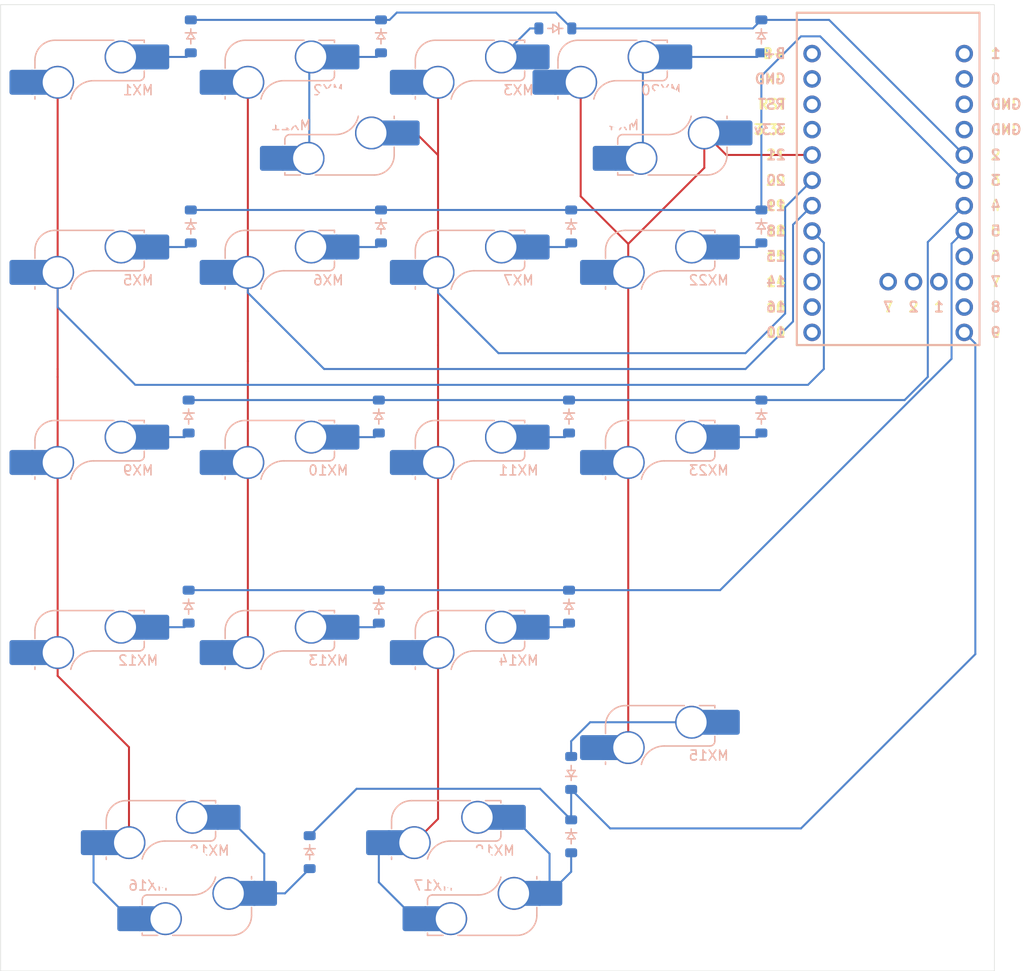
<source format=kicad_pcb>
(kicad_pcb (version 20240108) (generator "pcbnew") (generator_version "8.0")
  (layers (0 "F.Cu" signal) (31 "B.Cu" signal) (34 "B.Paste" user) (35 "F.Paste" user) (36 "B.SilkS" user "B.Silkscreen") (37 "F.SilkS" user "F.Silkscreen") (38 "B.Mask" user) (39 "F.Mask" user) (44 "Edge.Cuts" user))
  (net 0 "")
  (net 1 "Net-(D1-A)")
  (net 2 "ROW0")
  (net 3 "Net-(D2-A)")
  (net 4 "ROW1")
  (net 5 "Net-(D5-A)")
  (net 6 "Net-(D6-A)")
  (net 7 "Net-(D7-A)")
  (net 8 "ROW2")
  (net 9 "Net-(D8-A)")
  (net 10 "Net-(D9-A)")
  (net 11 "Net-(D10-A)")
  (net 12 "Net-(D11-A)")
  (net 13 "Net-(D12-A)")
  (net 14 "Net-(D13-A)")
  (net 15 "Net-(D14-A)")
  (net 16 "Net-(D15-A)")
  (net 17 "ROW4")
  (net 18 "Net-(D17-A)")
  (net 19 "Net-(D22-A)")
  (net 20 "COL0")
  (net 21 "COL1")
  (net 22 "COL2")
  (net 23 "COL3")
  (net 26 "VCC")
  (net 32 "CS")
  (net 37 "MOSI")
  (net 38 "GND")
  (net 40 "SCK")
  (net 42 "Net-(D16-A)")
  (net 43 "ROW3")
  (net 44 "Net-(D3-A)")
  (net 45 "Net-(D4-A)")
  (footprint "PCM_marbastlib-mx:STAB_MX_2u" (layer "F.Cu") (at 162.935 123.825 90)
    (property "Reference" "S1" (hide yes))
    (property "Value" "MX_stab")
  )
  (footprint "PCM_marbastlib-mx:STAB_MX_2u" (layer "F.Cu") (at 115.31 133.35 180)
    (property "Reference" "S3" (hide yes))
    (property "Value" "MX_stab")
  )
  (footprint "PCM_marbastlib-mx:SW_MX_HS_CPG151101S11_1u" (layer "B.Cu") (at 143.885 114.3 180)
    (property "Reference" "MX14")
    (property "Value" "MX_SW_HS")
  )
  (footprint "PCM_marbastlib-mx:SW_MX_HS_CPG151101S11_1u" (layer "B.Cu") (at 124.835 76.2 180)
    (property "Reference" "MX6")
    (property "Value" "MX_SW_HS")
  )
  (footprint "ScottoKeebs_Components:Diode_SOD-123" (layer "B.Cu") (at 172.46 50.00625 -90)
    (property "Reference" "D4" (hide yes))
    (property "Value" "D_Small")
  )
  (footprint "ScottoKeebs_MCU:Nice_Nano_V2" (layer "B.Cu") (at 185.16 65.42375 180)
    (property "Reference" "U1" (hide yes))
    (property "Value" "Nice_Nano_V2" (hide yes))
  )
  (footprint "PCM_marbastlib-mx:SW_MX_HS_CPG151101S11_1.5u" (layer "B.Cu") (at 158.1725 57.15 180)
    (property "Reference" "MX20")
    (property "Value" "MX_SW_HS")
  )
  (footprint "ScottoKeebs_Components:Diode_SOD-123" (layer "B.Cu") (at 153.19375 88.10625 -90)
    (property "Reference" "D11" (hide yes))
    (property "Value" "D_Small")
  )
  (footprint "PCM_marbastlib-mx:SW_MX_HS_CPG151101S11_1u" (layer "B.Cu") (at 105.785 114.3 180)
    (property "Reference" "MX12")
    (property "Value" "MX_SW_HS")
  )
  (footprint "ScottoKeebs_Components:Diode_SOD-123" (layer "B.Cu") (at 127.21625 131.7625 -90)
    (property "Reference" "D16" (hide yes))
    (property "Value" "D_Small")
  )
  (footprint "ScottoKeebs_Components:Diode_SOD-123" (layer "B.Cu") (at 134.36 50.00625 -90)
    (property "Reference" "D2" (hide yes))
    (property "Value" "D_Small")
  )
  (footprint "PCM_marbastlib-mx:SW_MX_HS_CPG151101S11_1u" (layer "B.Cu") (at 115.31 133.35)
    (property "Reference" "MX16")
    (property "Value" "MX_SW_HS")
  )
  (footprint "PCM_marbastlib-mx:SW_MX_HS_CPG151101S11_1u" (layer "B.Cu") (at 105.785 57.15 180)
    (property "Reference" "MX1")
    (property "Value" "MX_SW_HS")
  )
  (footprint "PCM_marbastlib-mx:SW_MX_HS_CPG151101S11_1u" (layer "B.Cu") (at 124.835 114.3 180)
    (property "Reference" "MX13")
    (property "Value" "MX_SW_HS")
  )
  (footprint "PCM_marbastlib-mx:SW_MX_HS_CPG151101S11_1.5u" (layer "B.Cu") (at 129.5975 57.15)
    (property "Reference" "MX21")
    (property "Value" "MX_SW_HS")
  )
  (footprint "ScottoKeebs_Components:Diode_SOD-123" (layer "B.Cu") (at 134.36 69.05625 -90)
    (property "Reference" "D6" (hide yes))
    (property "Value" "D_Small")
  )
  (footprint "PCM_marbastlib-mx:SW_MX_HS_CPG151101S11_1u" (layer "B.Cu") (at 124.835 57.15 180)
    (property "Reference" "MX2")
    (property "Value" "MX_SW_HS")
  )
  (footprint "ScottoKeebs_Components:Diode_SOD-123" (layer "B.Cu") (at 153.41 69.05625 -90)
    (property "Reference" "D7" (hide yes))
    (property "Value" "D_Small")
  )
  (footprint "ScottoKeebs_Components:Diode_SOD-123" (layer "B.Cu") (at 115.31 50.00625 -90)
    (property "Reference" "D1" (hide yes))
    (property "Value" "D_Small")
  )
  (footprint "PCM_marbastlib-mx:SW_MX_HS_CPG151101S11_1u" (layer "B.Cu") (at 162.935 123.825 180)
    (property "Reference" "MX15")
    (property "Value" "MX_SW_HS")
  )
  (footprint "ScottoKeebs_Components:Diode_SOD-123" (layer "B.Cu") (at 153.19375 107.15625 -90)
    (property "Reference" "D14" (hide yes))
    (property "Value" "D_Small")
  )
  (footprint "PCM_marbastlib-mx:SW_MX_HS_CPG151101S11_1.75u" (layer "B.Cu") (at 112.92875 133.35 180)
    (property "Reference" "MX18")
    (property "Value" "MX_SW_HS")
  )
  (footprint "PCM_marbastlib-mx:SW_MX_HS_CPG151101S11_1u" (layer "B.Cu") (at 124.835 95.25 180)
    (property "Reference" "MX10")
    (property "Value" "MX_SW_HS")
  )
  (footprint "ScottoKeebs_Components:Diode_SOD-123" (layer "B.Cu") (at 153.41 130.175 -90)
    (property "Reference" "D17" (hide yes))
    (property "Value" "D_Small")
  )
  (footprint "ScottoKeebs_Components:Diode_SOD-123" (layer "B.Cu") (at 172.46 69.05625 -90)
    (property "Reference" "D22" (hide yes))
    (property "Value" "D_Small")
  )
  (footprint "PCM_marbastlib-mx:SW_MX_HS_CPG151101S11_1.25u" (layer "B.Cu") (at 141.50375 133.35 180)
    (property "Reference" "MX19")
    (property "Value" "MX_SW_HS")
  )
  (footprint "ScottoKeebs_Components:Diode_SOD-123" (layer "B.Cu") (at 172.46 88.10625 -90)
    (property "Reference" "D8" (hide yes))
    (property "Value" "D_Small")
  )
  (footprint "PCM_marbastlib-mx:SW_MX_HS_CPG151101S11_1u" (layer "B.Cu") (at 143.885 76.2 180)
    (property "Reference" "MX7")
    (property "Value" "MX_SW_HS")
  )
  (footprint "ScottoKeebs_Components:Diode_SOD-123" (layer "B.Cu") (at 115.31 69.05625 -90)
    (property "Reference" "D5" (hide yes))
    (property "Value" "D_Small")
  )
  (footprint "PCM_marbastlib-mx:SW_MX_HS_CPG151101S11_1u" (layer "B.Cu") (at 105.785 76.2 180)
    (property "Reference" "MX5")
    (property "Value" "MX_SW_HS")
  )
  (footprint "ScottoKeebs_Components:Diode_SOD-123" (layer "B.Cu") (at 115.09375 88.10625 -90)
    (property "Reference" "D9" (hide yes))
    (property "Value" "D_Small")
  )
  (footprint "PCM_marbastlib-mx:SW_MX_HS_CPG151101S11_1u" (layer "B.Cu") (at 143.885 95.25 180)
    (property "Reference" "MX11")
    (property "Value" "MX_SW_HS")
  )
  (footprint "ScottoKeebs_Components:Diode_SOD-123" (layer "B.Cu") (at 151.8225 49.2125 180)
    (property "Reference" "D3" (hide yes))
    (property "Value" "D_Small")
  )
  (footprint "PCM_marbastlib-mx:SW_MX_HS_CPG151101S11_1u" (layer "B.Cu") (at 162.935 95.25 180)
    (property "Reference" "MX23")
    (property "Value" "MX_SW_HS")
  )
  (footprint "PCM_marbastlib-mx:SW_MX_HS_CPG151101S11_1u" (layer "B.Cu") (at 105.785 95.25 180)
    (property "Reference" "MX9")
    (property "Value" "MX_SW_HS")
  )
  (footprint "PCM_marbastlib-mx:SW_MX_HS_CPG151101S11_1u" (layer "B.Cu") (at 143.885 57.15 180)
    (property "Reference" "MX3")
    (property "Value" "MX_SW_HS")
  )
  (footprint "ScottoKeebs_Components:Diode_SOD-123" (layer "B.Cu") (at 134.14375 107.15625 -90)
    (property "Reference" "D13" (hide yes))
    (property "Value" "D_Small")
  )
  (footprint "ScottoKeebs_Components:Diode_SOD-123" (layer "B.Cu") (at 134.14375 88.10625 -90)
    (property "Reference" "D10" (hide yes))
    (property "Value" "D_Small")
  )
  (footprint "ScottoKeebs_Components:Diode_SOD-123" (layer "B.Cu") (at 115.09375 107.15625 -90)
    (property "Reference" "D12" (hide yes))
    (property "Value" "D_Small")
  )
  (footprint "PCM_marbastlib-mx:SW_MX_HS_CPG151101S11_1u" (layer "B.Cu") (at 162.935 76.2 180)
    (property "Reference" "MX22")
    (property "Value" "MX_SW_HS")
  )
  (footprint "ScottoKeebs_Components:Diode_SOD-123" (layer "B.Cu") (at 153.41 123.825 90)
    (property "Reference" "D15" (hide yes))
    (property "Value" "D_Small")
  )
  (footprint "PCM_marbastlib-mx:SW_MX_HS_CPG151101S11_1u" (layer "B.Cu") (at 162.935 57.15)
    (property "Reference" "MX4")
    (property "Value" "MX_SW_HS")
  )
  (footprint "PCM_marbastlib-mx:SW_MX_HS_CPG151101S11_1u" (layer "B.Cu") (at 143.885 133.35)
    (property "Reference" "MX17")
    (property "Value" "MX_SW_HS")
  )
  (gr_rect (start 96.26 46.83125) (end 195.8 143.66875) (stroke (width 0.05)) (fill none) (layer "Edge.Cuts"))
  (segment (start 108.325 52.07) (end 114.89625 52.07) (width 0.2) (layer "B.Cu") (net 1))
  (segment (start 114.89625 52.07) (end 115.31 51.65625) (width 0.2) (layer "B.Cu") (net 1))
  (segment (start 179.2425 48.35625) (end 192.78 61.89375) (width 0.2) (layer "B.Cu") (net 2))
  (segment (start 134.36 48.35625) (end 135.21625 48.35625) (width 0.2) (layer "B.Cu") (net 2))
  (segment (start 151.885 47.625) (end 153.4725 49.2125) (width 0.2) (layer "B.Cu") (net 2))
  (segment (start 172.46 48.35625) (end 179.2425 48.35625) (width 0.2) (layer "B.Cu") (net 2))
  (segment (start 115.31 48.35625) (end 134.36 48.35625) (width 0.2) (layer "B.Cu") (net 2))
  (segment (start 171.60375 49.2125) (end 172.46 48.35625) (width 0.2) (layer "B.Cu") (net 2))
  (segment (start 135.21625 48.35625) (end 135.9475 47.625) (width 0.2) (layer "B.Cu") (net 2))
  (segment (start 153.4725 49.2125) (end 171.60375 49.2125) (width 0.2) (layer "B.Cu") (net 2))
  (segment (start 135.9475 47.625) (end 151.885 47.625) (width 0.2) (layer "B.Cu") (net 2))
  (segment (start 127.1789 62.1086) (end 127.1789 52.2661) (width 0.2) (layer "B.Cu") (net 3))
  (segment (start 127.375 52.07) (end 133.94625 52.07) (width 0.2) (layer "B.Cu") (net 3))
  (segment (start 127.1789 52.2661) (end 127.375 52.07) (width 0.2) (layer "B.Cu") (net 3))
  (segment (start 127.0575 62.23) (end 127.1789 62.1086) (width 0.2) (layer "B.Cu") (net 3))
  (segment (start 133.94625 52.07) (end 134.36 51.65625) (width 0.2) (layer "B.Cu") (net 3))
  (segment (start 172.46 53.975) (end 176.42875 50.00625) (width 0.2) (layer "B.Cu") (net 4))
  (segment (start 178.3525 50.00625) (end 192.78 64.43375) (width 0.2) (layer "B.Cu") (net 4))
  (segment (start 176.42875 50.00625) (end 178.3525 50.00625) (width 0.2) (layer "B.Cu") (net 4))
  (segment (start 172.46 67.40625) (end 172.46 53.975) (width 0.2) (layer "B.Cu") (net 4))
  (segment (start 115.31 67.40625) (end 172.46 67.40625) (width 0.2) (layer "B.Cu") (net 4))
  (segment (start 108.325 71.12) (end 114.89625 71.12) (width 0.2) (layer "B.Cu") (net 5))
  (segment (start 114.89625 71.12) (end 115.31 70.70625) (width 0.2) (layer "B.Cu") (net 5))
  (segment (start 127.375 71.12) (end 133.94625 71.12) (width 0.2) (layer "B.Cu") (net 6))
  (segment (start 133.94625 71.12) (end 134.36 70.70625) (width 0.2) (layer "B.Cu") (net 6))
  (segment (start 146.425 71.12) (end 152.99625 71.12) (width 0.2) (layer "B.Cu") (net 7))
  (segment (start 152.99625 71.12) (end 153.41 70.70625) (width 0.2) (layer "B.Cu") (net 7))
  (segment (start 189.12875 84.1375) (end 189.12875 70.625) (width 0.2) (layer "B.Cu") (net 8))
  (segment (start 115.09375 86.45625) (end 153.19375 86.45625) (width 0.2) (layer "B.Cu") (net 8))
  (segment (start 172.46 86.45625) (end 186.81 86.45625) (width 0.2) (layer "B.Cu") (net 8))
  (segment (start 172.46 86.45625) (end 153.19375 86.45625) (width 0.2) (layer "B.Cu") (net 8))
  (segment (start 189.12875 70.625) (end 192.78 66.97375) (width 0.2) (layer "B.Cu") (net 8))
  (segment (start 186.81 86.45625) (end 189.12875 84.1375) (width 0.2) (layer "B.Cu") (net 8))
  (segment (start 165.475 90.17) (end 172.04625 90.17) (width 0.2) (layer "B.Cu") (net 9))
  (segment (start 166.6825 88.9625) (end 165.475 90.17) (width 0.2) (layer "B.Cu") (net 9))
  (segment (start 172.04625 90.17) (end 172.46 89.75625) (width 0.2) (layer "B.Cu") (net 9))
  (segment (start 108.325 90.17) (end 114.68 90.17) (width 0.2) (layer "B.Cu") (net 10))
  (segment (start 114.68 90.17) (end 115.09375 89.75625) (width 0.2) (layer "B.Cu") (net 10))
  (segment (start 133.73 90.17) (end 134.14375 89.75625) (width 0.2) (layer "B.Cu") (net 11))
  (segment (start 127.375 90.17) (end 133.73 90.17) (width 0.2) (layer "B.Cu") (net 11))
  (segment (start 152.78 90.17) (end 153.19375 89.75625) (width 0.2) (layer "B.Cu") (net 12))
  (segment (start 146.425 90.17) (end 152.78 90.17) (width 0.2) (layer "B.Cu") (net 12))
  (segment (start 108.325 109.22) (end 114.68 109.22) (width 0.2) (layer "B.Cu") (net 13))
  (segment (start 114.68 109.22) (end 115.09375 108.80625) (width 0.2) (layer "B.Cu") (net 13))
  (segment (start 133.73 109.22) (end 134.14375 108.80625) (width 0.2) (layer "B.Cu") (net 14))
  (segment (start 127.375 109.22) (end 133.73 109.22) (width 0.2) (layer "B.Cu") (net 14))
  (segment (start 146.425 109.22) (end 152.78 109.22) (width 0.2) (layer "B.Cu") (net 15))
  (segment (start 152.78 109.22) (end 153.19375 108.80625) (width 0.2) (layer "B.Cu") (net 15))
  (segment (start 153.41 122.175) (end 153.41 120.640256) (width 0.2) (layer "B.Cu") (net 16))
  (segment (start 153.41 120.640256) (end 155.305256 118.745) (width 0.2) (layer "B.Cu") (net 16))
  (segment (start 155.305256 118.745) (end 165.475 118.745) (width 0.2) (layer "B.Cu") (net 16))
  (segment (start 193.89125 111.91875) (end 193.89125 80.785) (width 0.2) (layer "B.Cu") (net 17))
  (segment (start 150.2975 125.4125) (end 153.41 128.525) (width 0.2) (layer "B.Cu") (net 17))
  (segment (start 131.91625 125.4125) (end 150.2975 125.4125) (width 0.2) (layer "B.Cu") (net 17))
  (segment (start 193.89125 80.785) (end 192.78 79.67375) (width 0.2) (layer "B.Cu") (net 17))
  (segment (start 153.41 125.475) (end 157.31625 129.38125) (width 0.2) (layer "B.Cu") (net 17))
  (segment (start 176.42875 129.38125) (end 193.89125 111.91875) (width 0.2) (layer "B.Cu") (net 17))
  (segment (start 157.31625 129.38125) (end 176.42875 129.38125) (width 0.2) (layer "B.Cu") (net 17))
  (segment (start 153.41 128.525) (end 153.41 125.475) (width 0.2) (layer "B.Cu") (net 17))
  (segment (start 127.21625 130.1125) (end 131.91625 125.4125) (width 0.2) (layer "B.Cu") (net 17))
  (segment (start 153.41 133.725) (end 153.41 131.825) (width 0.2) (layer "B.Cu") (net 18))
  (segment (start 151.245 135.89) (end 151.245 131.92125) (width 0.2) (layer "B.Cu") (net 18))
  (segment (start 151.245 131.92125) (end 147.59375 128.27) (width 0.2) (layer "B.Cu") (net 18))
  (segment (start 151.245 135.89) (end 153.41 133.725) (width 0.2) (layer "B.Cu") (net 18))
  (segment (start 172.04625 71.12) (end 172.46 70.70625) (width 0.2) (layer "B.Cu") (net 19))
  (segment (start 165.475 71.12) (end 172.04625 71.12) (width 0.2) (layer "B.Cu") (net 19))
  (segment (start 101.975 54.61) (end 101.975 83.34375) (width 0.2) (layer "F.Cu") (net 20))
  (segment (start 109.11875 121.237202) (end 109.11875 130.81) (width 0.2) (layer "F.Cu") (net 20))
  (segment (start 101.975 111.76) (end 101.975 114.093452) (width 0.2) (layer "F.Cu") (net 20))
  (segment (start 101.975 84.1375) (end 101.975 111.76) (width 0.2) (layer "F.Cu") (net 20))
  (segment (start 101.975 114.093452) (end 109.11875 121.237202) (width 0.2) (layer "F.Cu") (net 20))
  (segment (start 101.975 83.34375) (end 101.975 84.1375) (width 0.2) (layer "F.Cu") (net 20))
  (segment (start 178.7163 70.69005) (end 177.54 69.51375) (width 0.2) (layer "B.Cu") (net 20))
  (segment (start 178.7163 83.34375) (end 178.7163 70.69005) (width 0.2) (layer "B.Cu") (net 20))
  (segment (start 109.22 138.43) (end 105.56875 134.77875) (width 0.2) (layer "B.Cu") (net 20))
  (segment (start 105.56875 134.77875) (end 105.56875 130.81) (width 0.2) (layer "B.Cu") (net 20))
  (segment (start 105.56875 130.81) (end 107.29375 130.81) (width 0.2) (layer "B.Cu") (net 20))
  (segment (start 178.7163 83.34375) (end 177.1288 84.93125) (width 0.2) (layer "B.Cu") (net 20))
  (segment (start 109.75375 84.93125) (end 101.975 77.1525) (width 0.2) (layer "B.Cu") (net 20))
  (segment (start 177.1288 84.93125) (end 109.75375 84.93125) (width 0.2) (layer "B.Cu") (net 20))
  (segment (start 101.975 77.1525) (end 101.975 73.66) (width 0.2) (layer "B.Cu") (net 20))
  (segment (start 105.56875 130.81) (end 109.11875 130.81) (width 0.2) (layer "B.Cu") (net 20))
  (segment (start 121.025 54.61) (end 121.025 82.55) (width 0.2) (layer "F.Cu") (net 21))
  (segment (start 121.025 82.55) (end 121.025 111.76) (width 0.2) (layer "F.Cu") (net 21))
  (segment (start 175.635 68.87875) (end 175.635 78.58125) (width 0.2) (layer "B.Cu") (net 21))
  (segment (start 170.8725 83.34375) (end 128.663975 83.34375) (width 0.2) (layer "B.Cu") (net 21))
  (segment (start 128.663975 83.34375) (end 121.025 75.704775) (width 0.2) (layer "B.Cu") (net 21))
  (segment (start 175.635 78.58125) (end 170.8725 83.34375) (width 0.2) (layer "B.Cu") (net 21))
  (segment (start 177.54 66.97375) (end 175.635 68.87875) (width 0.2) (layer "B.Cu") (net 21))
  (segment (start 121.025 75.704775) (end 121.025 73.66) (width 0.2) (layer "B.Cu") (net 21))
  (segment (start 140.075 54.61) (end 140.075 61.9125) (width 0.2) (layer "F.Cu") (net 22))
  (segment (start 137.8525 59.69) (end 140.075 61.9125) (width 0.2) (layer "F.Cu") (net 22))
  (segment (start 140.075 61.9125) (end 140.075 80.9625) (width 0.2) (layer "F.Cu") (net 22))
  (segment (start 137.69375 130.81) (end 140.075 128.42875) (width 0.2) (layer "F.Cu") (net 22))
  (segment (start 140.075 80.9625) (end 140.075 111.76) (width 0.2) (layer "F.Cu") (net 22))
  (segment (start 140.075 128.42875) (end 140.075 111.76) (width 0.2) (layer "F.Cu") (net 22))
  (segment (start 133.4075 59.69) (end 137.8525 59.69) (width 0.2) (layer "F.Cu") (net 22))
  (segment (start 146.126475 81.75625) (end 140.075 75.704775) (width 0.2) (layer "B.Cu") (net 22))
  (segment (start 177.54 64.43375) (end 174.84125 67.1325) (width 0.2) (layer "B.Cu") (net 22))
  (segment (start 170.8725 81.75625) (end 146.126475 81.75625) (width 0.2) (layer "B.Cu") (net 22))
  (segment (start 174.84125 67.1325) (end 174.84125 77.7875) (width 0.2) (layer "B.Cu") (net 22))
  (segment (start 134.14375 134.77875) (end 137.795 138.43) (width 0.2) (layer "B.Cu") (net 22))
  (segment (start 174.84125 77.7875) (end 170.8725 81.75625) (width 0.2) (layer "B.Cu") (net 22))
  (segment (start 134.14375 130.81) (end 134.14375 134.77875) (width 0.2) (layer "B.Cu") (net 22))
  (segment (start 140.075 75.704775) (end 140.075 73.66) (width 0.2) (layer "B.Cu") (net 22))
  (segment (start 154.3625 54.61) (end 154.3625 66.04) (width 0.2) (layer "F.Cu") (net 23))
  (segment (start 159.125 121.285) (end 159.125 92.71) (width 0.2) (layer "F.Cu") (net 23))
  (segment (start 168.94875 61.89375) (end 177.54 61.89375) (width 0.2) (layer "F.Cu") (net 23))
  (segment (start 154.3625 66.04) (end 159.125 70.8025) (width 0.2) (layer "F.Cu") (net 23))
  (segment (start 159.125 73.66) (end 159.125 92.71) (width 0.2) (layer "F.Cu") (net 23))
  (segment (start 166.745 63.1825) (end 159.125 70.8025) (width 0.2) (layer "F.Cu") (net 23))
  (segment (start 166.745 59.69) (end 166.745 63.1825) (width 0.2) (layer "F.Cu") (net 23))
  (segment (start 166.745 59.69) (end 168.94875 61.89375) (width 0.2) (layer "F.Cu") (net 23))
  (segment (start 159.125 70.8025) (end 159.125 73.66) (width 0.2) (layer "F.Cu") (net 23))
  (segment (start 156.965 122.175) (end 157.855 121.285) (width 0.2) (layer "B.Cu") (net 23))
  (segment (start 124.73875 135.89) (end 127.21625 133.4125) (width 0.2) (layer "B.Cu") (net 42))
  (segment (start 122.67 135.89) (end 124.73875 135.89) (width 0.2) (layer "B.Cu") (net 42))
  (segment (start 122.67 131.92125) (end 122.67 135.89) (width 0.2) (layer "B.Cu") (net 42))
  (segment (start 119.01875 128.27) (end 122.67 131.92125) (width 0.2) (layer "B.Cu") (net 42))
  (segment (start 153.19375 105.50625) (end 168.325686 105.50625) (width 0.2) (layer "B.Cu") (net 43))
  (segment (start 191.51 70.78375) (end 192.78 69.51375) (width 0.2) (layer "B.Cu") (net 43))
  (segment (start 115.09375 105.50625) (end 153.19375 105.50625) (width 0.2) (layer "B.Cu") (net 43))
  (segment (start 168.325686 105.50625) (end 191.51 82.321936) (width 0.2) (layer "B.Cu") (net 43))
  (segment (start 191.51 82.321936) (end 191.51 70.78375) (width 0.2) (layer "B.Cu") (net 43))
  (segment (start 149.2825 49.2125) (end 150.1725 49.2125) (width 0.2) (layer "B.Cu") (net 44))
  (segment (start 146.425 52.07) (end 149.2825 49.2125) (width 0.2) (layer "B.Cu") (net 44))
  (segment (start 160.5911 52.1914) (end 160.5911 62.0339) (width 0.2) (layer "B.Cu") (net 45))
  (segment (start 160.7125 52.07) (end 160.5911 52.1914) (width 0.2) (layer "B.Cu") (net 45))
  (segment (start 160.7125 52.07) (end 172.04625 52.07) (width 0.2) (layer "B.Cu") (net 45))
  (segment (start 160.5911 62.0339) (end 160.395 62.23) (width 0.2) (layer "B.Cu") (net 45))
  (segment (start 172.04625 52.07) (end 172.46 51.65625) (width 0.2) (layer "B.Cu") (net 45))
)
</source>
